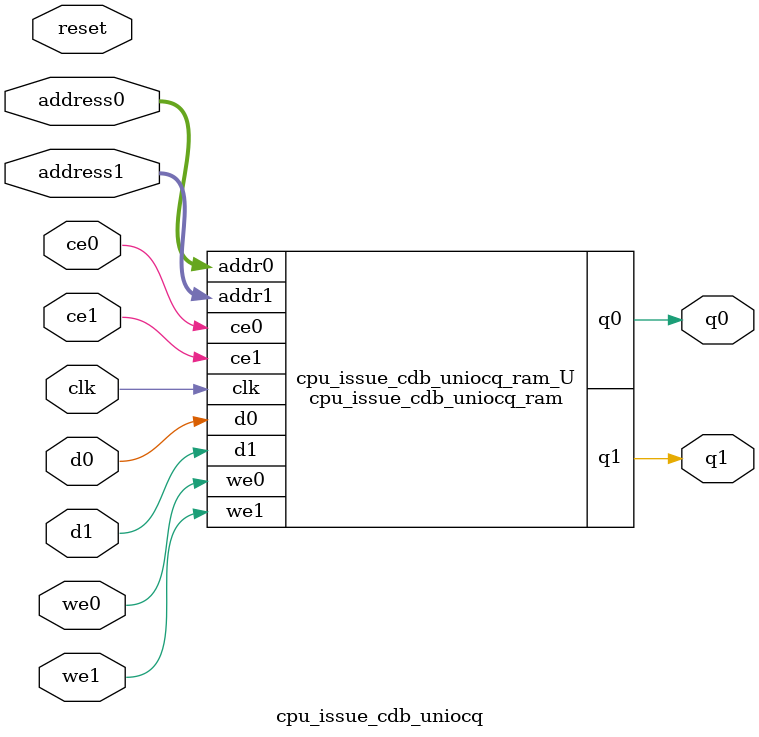
<source format=v>

`timescale 1 ns / 1 ps
module cpu_issue_cdb_uniocq_ram (addr0, ce0, d0, we0, q0, addr1, ce1, d1, we1, q1,  clk);

parameter DWIDTH = 1;
parameter AWIDTH = 2;
parameter MEM_SIZE = 4;

input[AWIDTH-1:0] addr0;
input ce0;
input[DWIDTH-1:0] d0;
input we0;
output reg[DWIDTH-1:0] q0;
input[AWIDTH-1:0] addr1;
input ce1;
input[DWIDTH-1:0] d1;
input we1;
output reg[DWIDTH-1:0] q1;
input clk;

(* ram_style = "block" *)reg [DWIDTH-1:0] ram[0:MEM_SIZE-1];




always @(posedge clk)  
begin 
    if (ce0) 
    begin
        if (we0) 
        begin 
            ram[addr0] <= d0; 
            q0 <= d0;
        end 
        else 
            q0 <= ram[addr0];
    end
end


always @(posedge clk)  
begin 
    if (ce1) 
    begin
        if (we1) 
        begin 
            ram[addr1] <= d1; 
            q1 <= d1;
        end 
        else 
            q1 <= ram[addr1];
    end
end


endmodule


`timescale 1 ns / 1 ps
module cpu_issue_cdb_uniocq(
    reset,
    clk,
    address0,
    ce0,
    we0,
    d0,
    q0,
    address1,
    ce1,
    we1,
    d1,
    q1);

parameter DataWidth = 32'd1;
parameter AddressRange = 32'd4;
parameter AddressWidth = 32'd2;
input reset;
input clk;
input[AddressWidth - 1:0] address0;
input ce0;
input we0;
input[DataWidth - 1:0] d0;
output[DataWidth - 1:0] q0;
input[AddressWidth - 1:0] address1;
input ce1;
input we1;
input[DataWidth - 1:0] d1;
output[DataWidth - 1:0] q1;



cpu_issue_cdb_uniocq_ram cpu_issue_cdb_uniocq_ram_U(
    .clk( clk ),
    .addr0( address0 ),
    .ce0( ce0 ),
    .we0( we0 ),
    .d0( d0 ),
    .q0( q0 ),
    .addr1( address1 ),
    .ce1( ce1 ),
    .we1( we1 ),
    .d1( d1 ),
    .q1( q1 ));

endmodule


</source>
